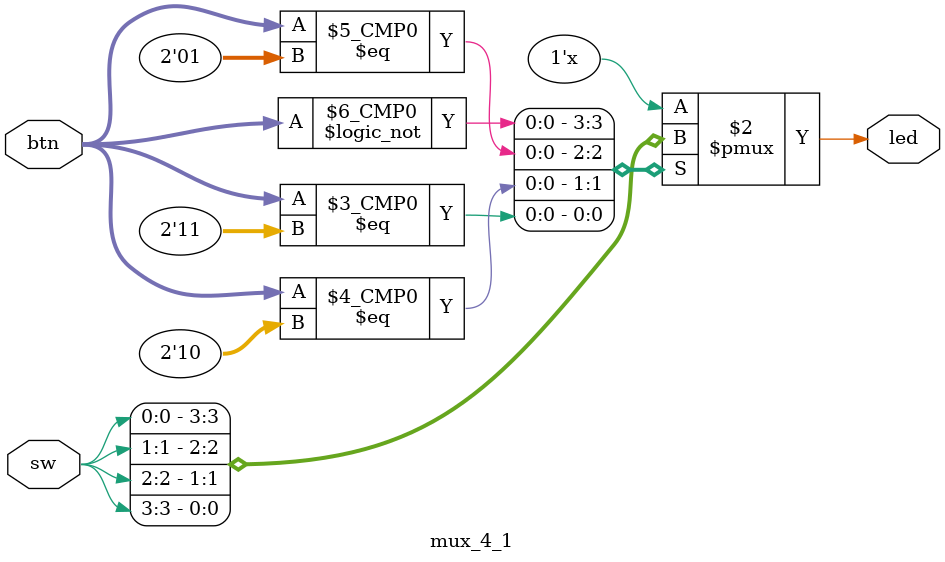
<source format=v>
`timescale 1ns / 1ps

module mux_4_1(
    // input [1:0] I0,
    // input [1:0] I1,
    // input [1:0] I2,
    // input [1:0] I3,
    // input [1:0] sel,
    // output [1:0] Y
    input [3:0] sw,
    input [1:0] btn,
    output led
);


reg led_var;

//assign led = (btn == 2'd0) ? sw[0] : (
//                        (btn == 2'd1) ? sw[1] : (
//                            (btn == 2'd2) ? sw[2] : sw[3]
//                            )
//                         );
                         
//always @ (sel, I0, I1, I2, I3)
//begin
//if (sel == 2'd0)
//    Y = I0;
//else if (sel == 2'd1)
//    Y = I1;
//else if (sel == 2'd3)
//    Y = I2;
//else
//    Y = I3;
//end

always @ (btn, sw[0], sw[1], sw[2], sw[3])
begin
case (btn)
    2'd0:
        led = sw[0];
    2'd1:
        led = sw[1];
    2'd2:
        led = sw[2];
    2'd3:
        led = sw[3];
    default
        led = 2'd0;
endcase
end



endmodule

</source>
